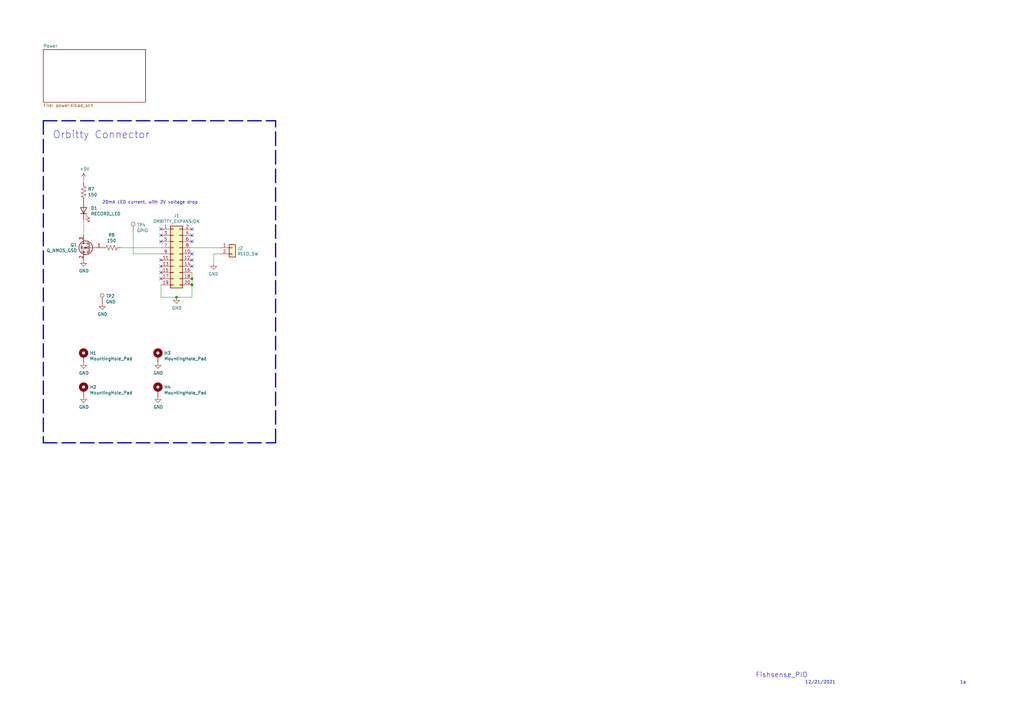
<source format=kicad_sch>
(kicad_sch (version 20211123) (generator eeschema)
  (paper "A3")
  (lib_symbols
    (symbol "Connector:TestPoint" (pin_numbers hide) (pin_names (offset 0.762) hide)
      (property "Reference" "TP" (at 0 6.858 0))
      (property "Value" "TestPoint" (at 0 5.08 0))
      (symbol "TestPoint_0_1"
        (circle (center 0 3.302) (radius 0.762))
      )
      (symbol "TestPoint_1_1"
        (pin passive line (at 0 0 90) (length 2.54) (name "1") (number "1"))
      )
    )
    (symbol "Connector_Generic:Conn_01x02" (pin_names (offset 1.016) hide)
      (property "Reference" "J" (at 0 2.54 0))
      (property "Value" "Conn_01x02" (at 0 -5.08 0))
      (symbol "Conn_01x02_1_1"
        (rectangle (start -1.27 -2.413) (end 0 -2.667) (stroke (width 0.1524)))
        (rectangle (start -1.27 0.127) (end 0 -0.127) (stroke (width 0.1524)))
        (rectangle (start -1.27 1.27) (end 1.27 -3.81) (stroke (width 0.254)) (fill (type background)))
        (pin passive line (at -5.08 0 0) (length 3.81) (name "Pin_1") (number "1"))
        (pin passive line (at -5.08 -2.54 0) (length 3.81) (name "Pin_2") (number "2"))
      )
    )
    (symbol "Connector_Generic:Conn_02x10_Odd_Even" (pin_names (offset 1.016) hide)
      (property "Reference" "J" (at 1.27 12.7 0))
      (property "Value" "Conn_02x10_Odd_Even" (at 1.27 -15.24 0))
      (symbol "Conn_02x10_Odd_Even_1_1"
        (rectangle (start -1.27 -12.573) (end 0 -12.827) (stroke (width 0.1524)))
        (rectangle (start -1.27 -10.033) (end 0 -10.287) (stroke (width 0.1524)))
        (rectangle (start -1.27 -7.493) (end 0 -7.747) (stroke (width 0.1524)))
        (rectangle (start -1.27 -4.953) (end 0 -5.207) (stroke (width 0.1524)))
        (rectangle (start -1.27 -2.413) (end 0 -2.667) (stroke (width 0.1524)))
        (rectangle (start -1.27 0.127) (end 0 -0.127) (stroke (width 0.1524)))
        (rectangle (start -1.27 2.667) (end 0 2.413) (stroke (width 0.1524)))
        (rectangle (start -1.27 5.207) (end 0 4.953) (stroke (width 0.1524)))
        (rectangle (start -1.27 7.747) (end 0 7.493) (stroke (width 0.1524)))
        (rectangle (start -1.27 10.287) (end 0 10.033) (stroke (width 0.1524)))
        (rectangle (start -1.27 11.43) (end 3.81 -13.97) (stroke (width 0.254)) (fill (type background)))
        (rectangle (start 3.81 -12.573) (end 2.54 -12.827) (stroke (width 0.1524)))
        (rectangle (start 3.81 -10.033) (end 2.54 -10.287) (stroke (width 0.1524)))
        (rectangle (start 3.81 -7.493) (end 2.54 -7.747) (stroke (width 0.1524)))
        (rectangle (start 3.81 -4.953) (end 2.54 -5.207) (stroke (width 0.1524)))
        (rectangle (start 3.81 -2.413) (end 2.54 -2.667) (stroke (width 0.1524)))
        (rectangle (start 3.81 0.127) (end 2.54 -0.127) (stroke (width 0.1524)))
        (rectangle (start 3.81 2.667) (end 2.54 2.413) (stroke (width 0.1524)))
        (rectangle (start 3.81 5.207) (end 2.54 4.953) (stroke (width 0.1524)))
        (rectangle (start 3.81 7.747) (end 2.54 7.493) (stroke (width 0.1524)))
        (rectangle (start 3.81 10.287) (end 2.54 10.033) (stroke (width 0.1524)))
        (pin passive line (at -5.08 10.16 0) (length 3.81) (name "Pin_1") (number "1"))
        (pin passive line (at 7.62 0 180) (length 3.81) (name "Pin_10") (number "10"))
        (pin passive line (at -5.08 -2.54 0) (length 3.81) (name "Pin_11") (number "11"))
        (pin passive line (at 7.62 -2.54 180) (length 3.81) (name "Pin_12") (number "12"))
        (pin passive line (at -5.08 -5.08 0) (length 3.81) (name "Pin_13") (number "13"))
        (pin passive line (at 7.62 -5.08 180) (length 3.81) (name "Pin_14") (number "14"))
        (pin passive line (at -5.08 -7.62 0) (length 3.81) (name "Pin_15") (number "15"))
        (pin passive line (at 7.62 -7.62 180) (length 3.81) (name "Pin_16") (number "16"))
        (pin passive line (at -5.08 -10.16 0) (length 3.81) (name "Pin_17") (number "17"))
        (pin passive line (at 7.62 -10.16 180) (length 3.81) (name "Pin_18") (number "18"))
        (pin passive line (at -5.08 -12.7 0) (length 3.81) (name "Pin_19") (number "19"))
        (pin passive line (at 7.62 10.16 180) (length 3.81) (name "Pin_2") (number "2"))
        (pin passive line (at 7.62 -12.7 180) (length 3.81) (name "Pin_20") (number "20"))
        (pin passive line (at -5.08 7.62 0) (length 3.81) (name "Pin_3") (number "3"))
        (pin passive line (at 7.62 7.62 180) (length 3.81) (name "Pin_4") (number "4"))
        (pin passive line (at -5.08 5.08 0) (length 3.81) (name "Pin_5") (number "5"))
        (pin passive line (at 7.62 5.08 180) (length 3.81) (name "Pin_6") (number "6"))
        (pin passive line (at -5.08 2.54 0) (length 3.81) (name "Pin_7") (number "7"))
        (pin passive line (at 7.62 2.54 180) (length 3.81) (name "Pin_8") (number "8"))
        (pin passive line (at -5.08 0 0) (length 3.81) (name "Pin_9") (number "9"))
      )
    )
    (symbol "Device:LED" (pin_numbers hide) (pin_names (offset 1.016) hide)
      (property "Reference" "D" (at 0 2.54 0))
      (property "Value" "LED" (at 0 -2.54 0))
      (symbol "LED_0_1"
        (polyline (pts (xy -1.27 -1.27) (xy -1.27 1.27)) (stroke (width 0.254)))
        (polyline (pts (xy -1.27 0) (xy 1.27 0)))
        (polyline (pts (xy 1.27 -1.27) (xy 1.27 1.27) (xy -1.27 0) (xy 1.27 -1.27)) (stroke (width 0.254)))
        (polyline (pts (xy -3.048 -0.762) (xy -4.572 -2.286) (xy -3.81 -2.286) (xy -4.572 -2.286) (xy -4.572 -1.524)))
        (polyline (pts (xy -1.778 -0.762) (xy -3.302 -2.286) (xy -2.54 -2.286) (xy -3.302 -2.286) (xy -3.302 -1.524)))
      )
      (symbol "LED_1_1"
        (pin passive line (at -3.81 0 0) (length 2.54) (name "K") (number "1"))
        (pin passive line (at 3.81 0 180) (length 2.54) (name "A") (number "2"))
      )
    )
    (symbol "Device:Q_NMOS_GSD" (pin_names (offset 0) hide)
      (property "Reference" "Q" (at 5.08 1.27 0))
      (property "Value" "Q_NMOS_GSD" (at 5.08 -1.27 0))
      (symbol "Q_NMOS_GSD_0_1"
        (polyline (pts (xy 0.254 0) (xy -2.54 0)))
        (polyline (pts (xy 0.254 1.905) (xy 0.254 -1.905)) (stroke (width 0.254)))
        (polyline (pts (xy 0.762 -1.27) (xy 0.762 -2.286)) (stroke (width 0.254)))
        (polyline (pts (xy 0.762 0.508) (xy 0.762 -0.508)) (stroke (width 0.254)))
        (polyline (pts (xy 0.762 2.286) (xy 0.762 1.27)) (stroke (width 0.254)))
        (polyline (pts (xy 2.54 2.54) (xy 2.54 1.778)))
        (polyline (pts (xy 2.54 -2.54) (xy 2.54 0) (xy 0.762 0)))
        (polyline (pts (xy 0.762 -1.778) (xy 3.302 -1.778) (xy 3.302 1.778) (xy 0.762 1.778)))
        (polyline (pts (xy 1.016 0) (xy 2.032 0.381) (xy 2.032 -0.381) (xy 1.016 0)) (fill (type outline)))
        (polyline (pts (xy 2.794 0.508) (xy 2.921 0.381) (xy 3.683 0.381) (xy 3.81 0.254)))
        (polyline (pts (xy 3.302 0.381) (xy 2.921 -0.254) (xy 3.683 -0.254) (xy 3.302 0.381)))
        (circle (center 1.651 0) (radius 2.794) (stroke (width 0.254)))
        (circle (center 2.54 -1.778) (radius 0.254) (fill (type outline)))
        (circle (center 2.54 1.778) (radius 0.254) (fill (type outline)))
      )
      (symbol "Q_NMOS_GSD_1_1"
        (pin input line (at -5.08 0 0) (length 2.54) (name "G") (number "1"))
        (pin passive line (at 2.54 -5.08 90) (length 2.54) (name "S") (number "2"))
        (pin passive line (at 2.54 5.08 270) (length 2.54) (name "D") (number "3"))
      )
    )
    (symbol "Device:R_US" (pin_numbers hide) (pin_names (offset 0))
      (property "Reference" "R" (at 2.54 0 90))
      (property "Value" "R_US" (at -2.54 0 90))
      (symbol "R_US_0_1"
        (polyline (pts (xy 0 -2.286) (xy 0 -2.54)))
        (polyline (pts (xy 0 2.286) (xy 0 2.54)))
        (polyline (pts (xy 0 -0.762) (xy 1.016 -1.143) (xy 0 -1.524) (xy -1.016 -1.905) (xy 0 -2.286)))
        (polyline (pts (xy 0 0.762) (xy 1.016 0.381) (xy 0 0) (xy -1.016 -0.381) (xy 0 -0.762)))
        (polyline (pts (xy 0 2.286) (xy 1.016 1.905) (xy 0 1.524) (xy -1.016 1.143) (xy 0 0.762)))
      )
      (symbol "R_US_1_1"
        (pin passive line (at 0 3.81 270) (length 1.27) (name "~") (number "1"))
        (pin passive line (at 0 -3.81 90) (length 1.27) (name "~") (number "2"))
      )
    )
    (symbol "Mechanical:MountingHole_Pad" (pin_numbers hide) (pin_names (offset 1.016) hide)
      (property "Reference" "H" (at 0 6.35 0))
      (property "Value" "MountingHole_Pad" (at 0 4.445 0))
      (symbol "MountingHole_Pad_0_1"
        (circle (center 0 1.27) (radius 1.27) (stroke (width 1.27)))
      )
      (symbol "MountingHole_Pad_1_1"
        (pin input line (at 0 -2.54 90) (length 2.54) (name "1") (number "1"))
      )
    )
    (symbol "power:+5V" (power) (pin_names (offset 0))
      (property "Value" "+5V" (at 0 3.556 0))
      (symbol "+5V_0_1"
        (polyline (pts (xy -0.762 1.27) (xy 0 2.54)))
        (polyline (pts (xy 0 0) (xy 0 2.54)))
        (polyline (pts (xy 0 2.54) (xy 0.762 1.27)))
      )
      (symbol "+5V_1_1"
        (pin power_in line (at 0 0 90) (length 0) hide (name "+5V") (number "1"))
      )
    )
    (symbol "power:GND" (power) (pin_names (offset 0))
      (property "Value" "GND" (at 0 -3.81 0))
      (symbol "GND_0_1"
        (polyline (pts (xy 0 0) (xy 0 -1.27) (xy 1.27 -1.27) (xy 0 -2.54) (xy -1.27 -1.27) (xy 0 -1.27)))
      )
      (symbol "GND_1_1"
        (pin power_in line (at 0 0 270) (length 0) hide (name "GND") (number "1"))
      )
    )
  )
  (junction (at 72.39 121.92))
  (junction (at 78.74 116.84))
  (junction (at 78.74 114.3))
  (no_connect (at 66.04 96.52))
  (no_connect (at 66.04 111.76))
  (no_connect (at 78.74 99.06))
  (no_connect (at 66.04 93.98))
  (no_connect (at 78.74 104.14))
  (no_connect (at 66.04 106.68))
  (no_connect (at 78.74 106.68))
  (no_connect (at 78.74 109.22))
  (no_connect (at 66.04 114.3))
  (no_connect (at 78.74 96.52))
  (no_connect (at 66.04 109.22))
  (no_connect (at 66.04 99.06))
  (no_connect (at 78.74 93.98))
  (wire (pts (xy 78.74 121.92) (xy 78.74 116.84)))
  (wire (pts (xy 90.17 101.6) (xy 78.74 101.6)))
  (wire (pts (xy 72.39 121.92) (xy 78.74 121.92)))
  (polyline (pts (xy 17.78 181.61) (xy 113.03 181.61)) (stroke (width 0.508)))
  (wire (pts (xy 78.74 114.3) (xy 78.74 111.76)))
  (wire (pts (xy 87.63 104.14) (xy 90.17 104.14)))
  (wire (pts (xy 54.61 95.25) (xy 54.61 104.14)))
  (wire (pts (xy 34.29 73.66) (xy 34.29 74.93)))
  (wire (pts (xy 66.04 121.92) (xy 66.04 116.84)))
  (wire (pts (xy 78.74 116.84) (xy 78.74 114.3)))
  (wire (pts (xy 87.63 107.95) (xy 87.63 104.14)))
  (polyline (pts (xy 113.03 181.61) (xy 113.03 49.53)) (stroke (width 0.508)))
  (wire (pts (xy 34.29 90.17) (xy 34.29 96.52)))
  (polyline (pts (xy 17.78 49.53) (xy 113.03 49.53)) (stroke (width 0.508)))
  (wire (pts (xy 54.61 104.14) (xy 66.04 104.14)))
  (wire (pts (xy 49.53 101.6) (xy 66.04 101.6)))
  (polyline (pts (xy 17.78 49.53) (xy 17.78 181.61)) (stroke (width 0.508)))
  (wire (pts (xy 72.39 121.92) (xy 66.04 121.92)))
  (text "20mA LED current, with 2V voltage drop" (at 41.91 83.82 0) (effects (font (size 1.27 1.27)) (justify left bottom)))
  (text "12/21/2021" (at 330.2 280.67 0) (effects (font (size 1.27 1.27)) (justify left bottom)))
  (text "1a" (at 393.7 280.67 0) (effects (font (size 1.27 1.27)) (justify left bottom)))
  (text "Orbitty Connector" (at 21.59 57.15 0) (effects (font (size 2.9972 2.9972)) (justify left bottom)))
  (text "Fishsense_PIO" (at 309.88 278.13 0) (effects (font (size 2.0066 2.0066)) (justify left bottom)))
  (symbol (lib_id "Connector_Generic:Conn_02x10_Odd_Even") (at 71.12 104.14 0) (unit 1)
    (property "Reference" "J1" (at 72.39 88.4682 0))
    (property "Value" "ORBITTY_EXPANSION" (at 72.39 90.7796 0))
    (property "Footprint" "Connector_PinSocket_2.54mm:PinSocket_2x10_P2.54mm_Vertical" (effects hide))
  )
  (symbol (lib_id "Mechanical:MountingHole_Pad") (at 34.29 146.05 0) (unit 1)
    (property "Reference" "H1" (at 36.83 144.8054 0) (effects (justify left)))
    (property "Value" "MountingHole_Pad" (at 36.83 147.1168 0) (effects (justify left)))
    (property "Footprint" "MountingHole:MountingHole_2.7mm_M2.5_Pad" (effects hide))
  )
  (symbol (lib_id "Mechanical:MountingHole_Pad") (at 34.29 160.02 0) (unit 1)
    (property "Reference" "H2" (at 36.83 158.7754 0) (effects (justify left)))
    (property "Value" "MountingHole_Pad" (at 36.83 161.0868 0) (effects (justify left)))
    (property "Footprint" "MountingHole:MountingHole_2.7mm_M2.5_Pad" (effects hide))
  )
  (symbol (lib_id "Mechanical:MountingHole_Pad") (at 64.77 146.05 0) (unit 1)
    (property "Reference" "H3" (at 67.31 144.8054 0) (effects (justify left)))
    (property "Value" "MountingHole_Pad" (at 67.31 147.1168 0) (effects (justify left)))
    (property "Footprint" "MountingHole:MountingHole_2.7mm_M2.5_Pad" (effects hide))
  )
  (symbol (lib_id "Mechanical:MountingHole_Pad") (at 64.77 160.02 0) (unit 1)
    (property "Reference" "H4" (at 67.31 158.7754 0) (effects (justify left)))
    (property "Value" "MountingHole_Pad" (at 67.31 161.0868 0) (effects (justify left)))
    (property "Footprint" "MountingHole:MountingHole_2.7mm_M2.5_Pad" (effects hide))
  )
  (symbol (lib_id "Device:Q_NMOS_GSD") (at 36.83 101.6 0) (mirror y) (unit 1)
    (property "Reference" "Q1" (at 31.623 100.4316 0) (effects (justify left)))
    (property "Value" "Q_NMOS_GSD" (at 31.623 102.743 0) (effects (justify left)))
    (property "Footprint" "Package_TO_SOT_SMD:SOT-23_Handsoldering" (effects hide))
  )
  (symbol (lib_id "Device:LED") (at 34.29 86.36 90) (unit 1)
    (property "Reference" "D1" (at 37.2872 85.3694 90) (effects (justify right)))
    (property "Value" "RECORD_LED" (at 37.2872 87.6808 90) (effects (justify right)))
    (property "Footprint" "LED_THT:LED_D5.0mm_FlatTop" (effects hide))
  )
  (symbol (lib_id "Device:R_US") (at 34.29 78.74 0) (unit 1)
    (property "Reference" "R7" (at 36.0172 77.5716 0) (effects (justify left)))
    (property "Value" "150" (at 36.0172 79.883 0) (effects (justify left)))
    (property "Footprint" "Resistor_SMD:R_1206_3216Metric_Pad1.30x1.75mm_HandSolder" (effects hide))
  )
  (symbol (lib_id "power:+5V") (at 34.29 73.66 0) (unit 1)
    (property "Reference" "#PWR0106" (effects hide))
    (property "Value" "+5V" (at 34.671 69.2658 0))
  )
  (symbol (lib_id "Device:R_US") (at 45.72 101.6 270) (unit 1)
    (property "Reference" "R8" (at 45.72 96.393 90))
    (property "Value" "150" (at 45.72 98.7044 90))
    (property "Footprint" "Resistor_SMD:R_1206_3216Metric_Pad1.30x1.75mm_HandSolder" (effects hide))
  )
  (symbol (lib_id "Connector:TestPoint") (at 41.91 124.46 0) (unit 1)
    (property "Reference" "TP2" (at 43.3832 121.4628 0) (effects (justify left)))
    (property "Value" "GND" (at 43.3832 123.7742 0) (effects (justify left)))
    (property "Footprint" "TestPoint:TestPoint_Plated_Hole_D2.0mm" (effects hide))
  )
  (symbol (lib_id "power:GND") (at 41.91 124.46 0) (unit 1)
    (property "Reference" "#PWR0101" (effects hide))
    (property "Value" "GND" (at 42.037 128.8542 0))
  )
  (symbol (lib_id "Connector_Generic:Conn_01x02") (at 95.25 101.6 0) (unit 1)
    (property "Reference" "J2" (at 97.282 101.8032 0) (effects (justify left)))
    (property "Value" "REED_SW" (at 97.282 104.1146 0) (effects (justify left)))
    (property "Footprint" "Connector_JST:JST_XH_S2B-XH-A_1x02_P2.50mm_Horizontal" (effects hide))
  )
  (symbol (lib_id "power:GND") (at 34.29 148.59 0) (unit 1)
    (property "Reference" "#PWR0119" (effects hide))
    (property "Value" "GND" (at 34.417 152.9842 0))
  )
  (symbol (lib_id "power:GND") (at 34.29 162.56 0) (unit 1)
    (property "Reference" "#PWR0120" (effects hide))
    (property "Value" "GND" (at 34.417 166.9542 0))
  )
  (symbol (lib_id "power:GND") (at 64.77 148.59 0) (unit 1)
    (property "Reference" "#PWR0121" (effects hide))
    (property "Value" "GND" (at 64.897 152.9842 0))
  )
  (symbol (lib_id "power:GND") (at 64.77 162.56 0) (unit 1)
    (property "Reference" "#PWR0122" (effects hide))
    (property "Value" "GND" (at 64.897 166.9542 0))
  )
  (symbol (lib_id "Connector:TestPoint") (at 54.61 95.25 0) (unit 1)
    (property "Reference" "TP4" (at 56.0832 92.2528 0) (effects (justify left)))
    (property "Value" "GPIO" (at 56.0832 94.5642 0) (effects (justify left)))
    (property "Footprint" "TestPoint:TestPoint_Plated_Hole_D2.0mm" (effects hide))
  )
  (symbol (lib_id "power:GND") (at 72.39 121.92 0) (unit 1)
    (property "Reference" "#PWR0127" (effects hide))
    (property "Value" "GND" (at 72.517 126.3142 0))
  )
  (symbol (lib_id "power:GND") (at 87.63 107.95 0) (mirror y) (unit 1)
    (property "Reference" "#PWR0128" (effects hide))
    (property "Value" "GND" (at 87.503 112.3442 0))
  )
  (symbol (lib_id "power:GND") (at 34.29 106.68 0) (unit 1)
    (property "Reference" "#PWR0129" (effects hide))
    (property "Value" "GND" (at 34.417 111.0742 0))
  )
  (sheet (at 17.78 20.32) (size 41.91 21.59)
    (property "Sheet name" "Power" (at 17.78 19.6084 0) (effects (justify left bottom)))
    (property "Sheet file" "power.kicad_sch" (at 17.78 42.4946 0) (effects (justify left top)))
  )
)
</source>
